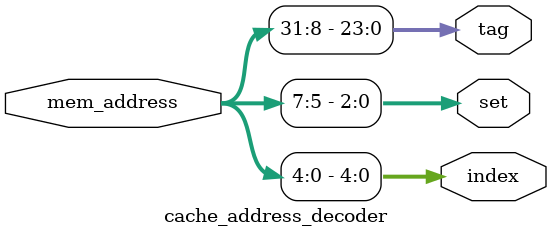
<source format=sv>
module cache_address_decoder
(
	input [31:0] mem_address,
	output logic [4:0] index,
	output logic [2:0] set,
	output logic [23:0] tag
);

always_comb
begin
	index = mem_address[4:0];
	set = mem_address[7:5];
	tag = mem_address[31:8];
end

endmodule : cache_address_decoder
</source>
